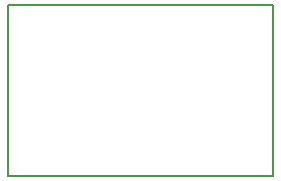
<source format=gbr>
G04 #@! TF.GenerationSoftware,KiCad,Pcbnew,(5.0.0-rc2-dev-444-g2974a2c10)*
G04 #@! TF.CreationDate,2018-10-04T10:32:37+02:00*
G04 #@! TF.ProjectId,MCP6N11_piggy_back,4D4350364E31315F70696767795F6261,rev?*
G04 #@! TF.SameCoordinates,Original*
G04 #@! TF.FileFunction,Profile,NP*
%FSLAX46Y46*%
G04 Gerber Fmt 4.6, Leading zero omitted, Abs format (unit mm)*
G04 Created by KiCad (PCBNEW (5.0.0-rc2-dev-444-g2974a2c10)) date 10/04/18 10:32:37*
%MOMM*%
%LPD*%
G01*
G04 APERTURE LIST*
%ADD10C,0.150000*%
G04 APERTURE END LIST*
D10*
X112500000Y-102000000D02*
X112500000Y-103000000D01*
X135000000Y-102000000D02*
X112500000Y-102000000D01*
X135000000Y-116500000D02*
X135000000Y-102000000D01*
X112500000Y-116500000D02*
X135000000Y-116500000D01*
X112500000Y-103000000D02*
X112500000Y-116500000D01*
M02*

</source>
